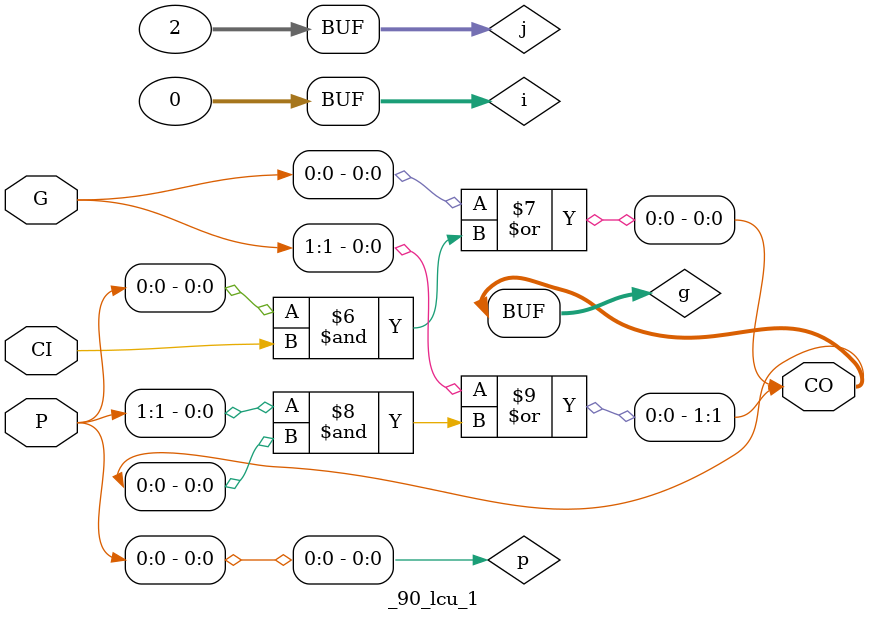
<source format=v>
module _90_lcu_1 (P, G, CI, CO);
	parameter WIDTH = 2;
	input [WIDTH-1:0] P, G;
	input CI;
	output [WIDTH-1:0] CO;
	integer i, j;
	reg [WIDTH-1:0] p, g;
	wire [1023:0] _TECHMAP_DO_ = "proc; opt -fast";
	always @* begin
		p = P;
		g = G;
		g[0] = g[0] | (p[0] & CI);
		for (i = 1; i <= $clog2(WIDTH); i = i+1) begin
			for (j = 2**i - 1; j < WIDTH; j = j + 2**i) begin
				g[j] = g[j] | p[j] & g[j - 2**(i-1)];
				p[j] = p[j] & p[j - 2**(i-1)];
			end
		end
		for (i = $clog2(WIDTH); i > 0; i = i-1) begin
			for (j = 2**i + 2**(i-1) - 1; j < WIDTH; j = j + 2**i) begin
				g[j] = g[j] | p[j] & g[j - 2**(i-1)];
				p[j] = p[j] & p[j - 2**(i-1)];
			end
		end
	end
	assign CO = g;
endmodule
</source>
